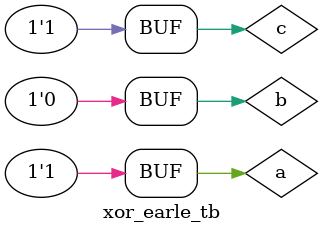
<source format=v>
/* a xor b integrated with earle latch */
module xor_earle(output z, input a,b,c);

	assign z = (a&~b&c) | (~a&b&c) | (a&~b&z) | (~a&b&z) | (~c&z);

endmodule


/* testbench module */
module xor_earle_tb;
  reg a, b, c;
  wire out;

  xor_earle dut(out,a,b,c); //device under test

  initial begin
    a=0; b=0; c=1; // t0: z should be 0
    #5 a = 1; // t5: z should become 1
    #5 a = 0; // t10: z should become 0
    #5 c = 0;
    #5 a = 1;
    #5 c = 1; // t25: z should become 1
    #5 ;
  end

endmodule

</source>
